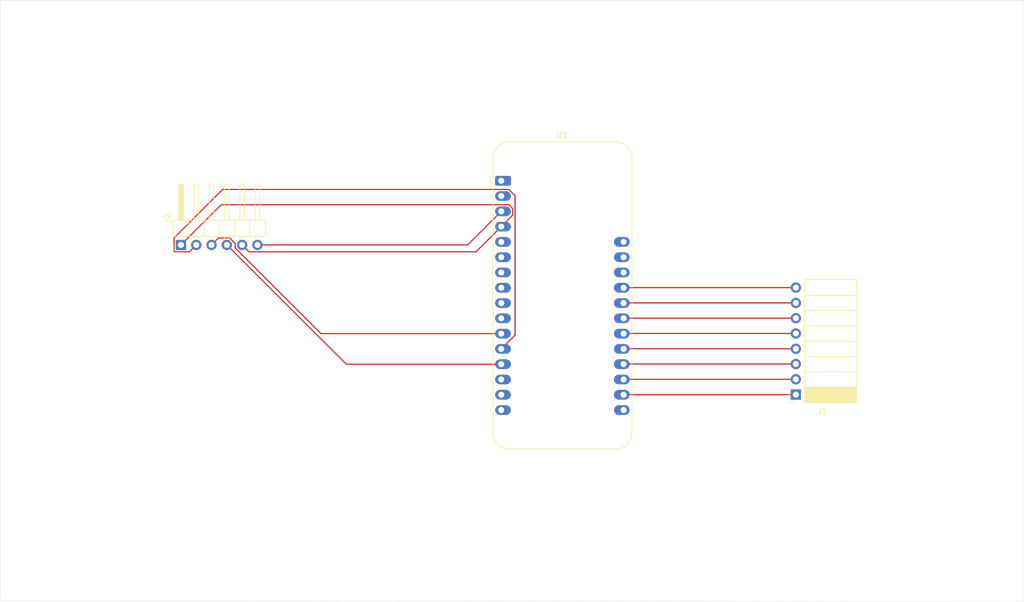
<source format=kicad_pcb>
(kicad_pcb (version 20240108) (generator "pcbnew") (generator_version "8.0")
  (layers (0 "F.Cu" signal) (31 "B.Cu" signal) (34 "B.Paste" user) (35 "F.Paste" user) (36 "B.SilkS" user "B.Silkscreen") (37 "F.SilkS" user "F.Silkscreen") (38 "B.Mask" user) (39 "F.Mask" user) (44 "Edge.Cuts" user))
  (net 0 "")
  (net 1 "Net-(J1-Pin_5)")
  (net 2 "Net-(J1-Pin_2)")
  (net 3 "Net-(J1-Pin_8)")
  (net 4 "Net-(J1-Pin_1)")
  (net 5 "Net-(J1-Pin_6)")
  (net 6 "Net-(J1-Pin_4)")
  (net 7 "Net-(J1-Pin_3)")
  (net 8 "Net-(J1-Pin_7)")
  (net 9 "Net-(J2-Pin_4)")
  (net 10 "Net-(J2-Pin_1)")
  (net 11 "Net-(J2-Pin_6)")
  (net 12 "Net-(J2-Pin_3)")
  (net 13 "Net-(J2-Pin_2)")
  (footprint "Connector_PinHeader_2.54mm:PinHeader_1x06_P2.54mm_Horizontal" (layer "F.Cu") (at 93.02 82.675635 90)
    (property "Reference" "J2" (at 4.385 -2.27 90) (layer "F.SilkS"))
    (property "Value" "Conn_01x06_Socket")
    (fp_line (start 4.1 -1.33) (end 1.44 -1.33) (stroke (width 0.12)) (layer "F.SilkS"))
    (fp_line (start 1.44 -1.33) (end 1.44 14.03) (stroke (width 0.12)) (layer "F.SilkS"))
    (fp_line (start -1.27 -1.27) (end 0 -1.27) (stroke (width 0.12)) (layer "F.SilkS"))
    (fp_line (start 10.1 -0.38) (end 10.1 0.38) (stroke (width 0.12)) (layer "F.SilkS"))
    (fp_line (start 4.1 -0.38) (end 10.1 -0.38) (stroke (width 0.12)) (layer "F.SilkS"))
    (fp_line (start 1.11 -0.38) (end 1.44 -0.38) (stroke (width 0.12)) (layer "F.SilkS"))
    (fp_line (start 4.1 -0.32) (end 10.1 -0.32) (stroke (width 0.12)) (layer "F.SilkS"))
    (fp_line (start 4.1 -0.2) (end 10.1 -0.2) (stroke (width 0.12)) (layer "F.SilkS"))
    (fp_line (start 4.1 -0.08) (end 10.1 -0.08) (stroke (width 0.12)) (layer "F.SilkS"))
    (fp_line (start -1.27 0) (end -1.27 -1.27) (stroke (width 0.12)) (layer "F.SilkS"))
    (fp_line (start 4.1 0.04) (end 10.1 0.04) (stroke (width 0.12)) (layer "F.SilkS"))
    (fp_line (start 4.1 0.16) (end 10.1 0.16) (stroke (width 0.12)) (layer "F.SilkS"))
    (fp_line (start 4.1 0.28) (end 10.1 0.28) (stroke (width 0.12)) (layer "F.SilkS"))
    (fp_line (start 10.1 0.38) (end 4.1 0.38) (stroke (width 0.12)) (layer "F.SilkS"))
    (fp_line (start 1.11 0.38) (end 1.44 0.38) (stroke (width 0.12)) (layer "F.SilkS"))
    (fp_line (start 1.44 1.27) (end 4.1 1.27) (stroke (width 0.12)) (layer "F.SilkS"))
    (fp_line (start 10.1 2.16) (end 10.1 2.92) (stroke (width 0.12)) (layer "F.SilkS"))
    (fp_line (start 4.1 2.16) (end 10.1 2.16) (stroke (width 0.12)) (layer "F.SilkS"))
    (fp_line (start 1.042929 2.16) (end 1.44 2.16) (stroke (width 0.12)) (layer "F.SilkS"))
    (fp_line (start 10.1 2.92) (end 4.1 2.92) (stroke (width 0.12)) (layer "F.SilkS"))
    (fp_line (start 1.042929 2.92) (end 1.44 2.92) (stroke (width 0.12)) (layer "F.SilkS"))
    (fp_line (start 1.44 3.81) (end 4.1 3.81) (stroke (width 0.12)) (layer "F.SilkS"))
    (fp_line (start 10.1 4.7) (end 10.1 5.46) (stroke (width 0.12)) (layer "F.SilkS"))
    (fp_line (start 4.1 4.7) (end 10.1 4.7) (stroke (width 0.12)) (layer "F.SilkS"))
    (fp_line (start 1.042929 4.7) (end 1.44 4.7) (stroke (width 0.12)) (layer "F.SilkS"))
    (fp_line (start 10.1 5.46) (end 4.1 5.46) (stroke (width 0.12)) (layer "F.SilkS"))
    (fp_line (start 1.042929 5.46) (end 1.44 5.46) (stroke (width 0.12)) (layer "F.SilkS"))
    (fp_line (start 1.44 6.35) (end 4.1 6.35) (stroke (width 0.12)) (layer "F.SilkS"))
    (fp_line (start 10.1 7.24) (end 10.1 8) (stroke (width 0.12)) (layer "F.SilkS"))
    (fp_line (start 4.1 7.24) (end 10.1 7.24) (stroke (width 0.12)) (layer "F.SilkS"))
    (fp_line (start 1.042929 7.24) (end 1.44 7.24) (stroke (width 0.12)) (layer "F.SilkS"))
    (fp_line (start 10.1 8) (end 4.1 8) (stroke (width 0.12)) (layer "F.SilkS"))
    (fp_line (start 1.042929 8) (end 1.44 8) (stroke (width 0.12)) (layer "F.SilkS"))
    (fp_line (start 1.44 8.89) (end 4.1 8.89) (stroke (width 0.12)) (layer "F.SilkS"))
    (fp_line (start 10.1 9.78) (end 10.1 10.54) (stroke (width 0.12)) (layer "F.SilkS"))
    (fp_line (start 4.1 9.78) (end 10.1 9.78) (stroke (width 0.12)) (layer "F.SilkS"))
    (fp_line (start 1.042929 9.78) (end 1.44 9.78) (stroke (width 0.12)) (layer "F.SilkS"))
    (fp_line (start 10.1 10.54) (end 4.1 10.54) (stroke (width 0.12)) (layer "F.SilkS"))
    (fp_line (start 1.042929 10.54) (end 1.44 10.54) (stroke (width 0.12)) (layer "F.SilkS"))
    (fp_line (start 1.44 11.43) (end 4.1 11.43) (stroke (width 0.12)) (layer "F.SilkS"))
    (fp_line (start 10.1 12.32) (end 10.1 13.08) (stroke (width 0.12)) (layer "F.SilkS"))
    (fp_line (start 4.1 12.32) (end 10.1 12.32) (stroke (width 0.12)) (layer "F.SilkS"))
    (fp_line (start 1.042929 12.32) (end 1.44 12.32) (stroke (width 0.12)) (layer "F.SilkS"))
    (fp_line (start 10.1 13.08) (end 4.1 13.08) (stroke (width 0.12)) (layer "F.SilkS"))
    (fp_line (start 1.042929 13.08) (end 1.44 13.08) (stroke (width 0.12)) (layer "F.SilkS"))
    (fp_line (start 4.1 14.03) (end 4.1 -1.33) (stroke (width 0.12)) (layer "F.SilkS"))
    (fp_line (start 1.44 14.03) (end 4.1 14.03) (stroke (width 0.12)) (layer "F.SilkS"))
    (pad "1" thru_hole rect (at 0 0 90) (size 1.7 1.7) (drill 1) (layers "*.Cu" "*.Mask") (net 10 "Net-(J2-Pin_1)"))
    (pad "2" thru_hole oval (at 0 2.54 90) (size 1.7 1.7) (drill 1) (layers "*.Cu" "*.Mask") (net 13 "Net-(J2-Pin_2)"))
    (pad "3" thru_hole oval (at 0 5.08 90) (size 1.7 1.7) (drill 1) (layers "*.Cu" "*.Mask") (net 12 "Net-(J2-Pin_3)"))
    (pad "4" thru_hole oval (at 0 7.62 90) (size 1.7 1.7) (drill 1) (layers "*.Cu" "*.Mask") (net 9 "Net-(J2-Pin_4)"))
    (pad "5" thru_hole oval (at 0 10.16 90) (size 1.7 1.7) (drill 1) (layers "*.Cu" "*.Mask") (net 10 "Net-(J2-Pin_1)"))
    (pad "6" thru_hole oval (at 0 12.7 90) (size 1.7 1.7) (drill 1) (layers "*.Cu" "*.Mask") (net 11 "Net-(J2-Pin_6)"))
  )
  (footprint "Module:Adafruit_Feather" (layer "F.Cu") (at 146.2 72.015635)
    (property "Reference" "U1" (at 10.16 -7.62 0) (layer "F.SilkS"))
    (property "Value" "Adafruit-Feather-RP2040")
    (fp_line (start -1.7 1) (end -1.7 -1) (stroke (width 0.12)) (layer "F.SilkS"))
    (fp_line (start -1.38 -3.81) (end -1.38 41.91) (stroke (width 0.12)) (layer "F.SilkS"))
    (fp_line (start 19.05 -6.46) (end 1.27 -6.46) (stroke (width 0.12)) (layer "F.SilkS"))
    (fp_line (start 19.05 44.56) (end 1.27 44.56) (stroke (width 0.12)) (layer "F.SilkS"))
    (fp_line (start 21.7 -3.81) (end 21.7 41.91) (stroke (width 0.12)) (layer "F.SilkS"))
    (fp_arc (start -1.38 -3.81) (mid -0.603833 -5.683833) (end 1.27 -6.46) (stroke (width 0.12)) (layer "F.SilkS"))
    (fp_arc (start 1.27 44.56) (mid -0.603833 43.783833) (end -1.38 41.91) (stroke (width 0.12)) (layer "F.SilkS"))
    (fp_arc (start 19.05 -6.46) (mid 20.923833 -5.683833) (end 21.7 -3.81) (stroke (width 0.12)) (layer "F.SilkS"))
    (fp_arc (start 21.7 41.91) (mid 20.923833 43.783833) (end 19.05 44.56) (stroke (width 0.12)) (layer "F.SilkS"))
    (pad "1" thru_hole roundrect (at 0 0) (size 2.6 1.6) (drill 1 (offset 0.3 0)) (layers "*.Cu" "*.Mask") (roundrect_rratio 0.15625))
    (pad "2" thru_hole oval (at 0 2.54) (size 2.6 1.6) (drill 1 (offset 0.3 0)) (layers "*.Cu" "*.Mask"))
    (pad "3" thru_hole oval (at 0 5.08) (size 2.6 1.6) (drill 1 (offset 0.3 0)) (layers "*.Cu" "*.Mask") (net 11 "Net-(J2-Pin_6)"))
    (pad "4" thru_hole oval (at 0 7.62) (size 2.6 1.6) (drill 1 (offset 0.3 0)) (layers "*.Cu" "*.Mask") (net 10 "Net-(J2-Pin_1)"))
    (pad "5" thru_hole oval (at 0 10.16) (size 2.6 1.6) (drill 1 (offset 0.3 0)) (layers "*.Cu" "*.Mask"))
    (pad "6" thru_hole oval (at 0 12.7) (size 2.6 1.6) (drill 1 (offset 0.3 0)) (layers "*.Cu" "*.Mask"))
    (pad "7" thru_hole oval (at 0 15.24) (size 2.6 1.6) (drill 1 (offset 0.3 0)) (layers "*.Cu" "*.Mask"))
    (pad "8" thru_hole oval (at 0 17.78) (size 2.6 1.6) (drill 1 (offset 0.3 0)) (layers "*.Cu" "*.Mask"))
    (pad "9" thru_hole oval (at 0 20.32) (size 2.6 1.6) (drill 1 (offset 0.3 0)) (layers "*.Cu" "*.Mask"))
    (pad "10" thru_hole oval (at 0 22.86) (size 2.6 1.6) (drill 1 (offset 0.3 0)) (layers "*.Cu" "*.Mask"))
    (pad "11" thru_hole oval (at 0 25.4) (size 2.6 1.6) (drill 1 (offset 0.3 0)) (layers "*.Cu" "*.Mask") (net 12 "Net-(J2-Pin_3)"))
    (pad "12" thru_hole oval (at 0 27.94) (size 2.6 1.6) (drill 1 (offset 0.3 0)) (layers "*.Cu" "*.Mask") (net 13 "Net-(J2-Pin_2)"))
    (pad "13" thru_hole oval (at 0 30.48) (size 2.6 1.6) (drill 1 (offset 0.3 0)) (layers "*.Cu" "*.Mask") (net 9 "Net-(J2-Pin_4)"))
    (pad "14" thru_hole oval (at 0 33.02) (size 2.6 1.6) (drill 1 (offset 0.3 0)) (layers "*.Cu" "*.Mask"))
    (pad "15" thru_hole oval (at 0 35.56) (size 2.6 1.6) (drill 1 (offset 0.3 0)) (layers "*.Cu" "*.Mask"))
    (pad "16" thru_hole oval (at 0 38.1) (size 2.6 1.6) (drill 1 (offset 0.3 0)) (layers "*.Cu" "*.Mask"))
    (pad "17" thru_hole oval (at 20.32 38.1 180) (size 2.6 1.6) (drill 1 (offset 0.3 0)) (layers "*.Cu" "*.Mask"))
    (pad "18" thru_hole oval (at 20.32 35.56 180) (size 2.6 1.6) (drill 1 (offset 0.3 0)) (layers "*.Cu" "*.Mask") (net 4 "Net-(J1-Pin_1)"))
    (pad "19" thru_hole oval (at 20.32 33.02 180) (size 2.6 1.6) (drill 1 (offset 0.3 0)) (layers "*.Cu" "*.Mask") (net 2 "Net-(J1-Pin_2)"))
    (pad "20" thru_hole oval (at 20.32 30.48 180) (size 2.6 1.6) (drill 1 (offset 0.3 0)) (layers "*.Cu" "*.Mask") (net 7 "Net-(J1-Pin_3)"))
    (pad "21" thru_hole oval (at 20.32 27.94 180) (size 2.6 1.6) (drill 1 (offset 0.3 0)) (layers "*.Cu" "*.Mask") (net 6 "Net-(J1-Pin_4)"))
    (pad "22" thru_hole oval (at 20.32 25.4 180) (size 2.6 1.6) (drill 1 (offset 0.3 0)) (layers "*.Cu" "*.Mask") (net 1 "Net-(J1-Pin_5)"))
    (pad "23" thru_hole oval (at 20.32 22.86 180) (size 2.6 1.6) (drill 1 (offset 0.3 0)) (layers "*.Cu" "*.Mask") (net 5 "Net-(J1-Pin_6)"))
    (pad "24" thru_hole oval (at 20.32 20.32 180) (size 2.6 1.6) (drill 1 (offset 0.3 0)) (layers "*.Cu" "*.Mask") (net 8 "Net-(J1-Pin_7)"))
    (pad "25" thru_hole oval (at 20.32 17.78 180) (size 2.6 1.6) (drill 1 (offset 0.3 0)) (layers "*.Cu" "*.Mask") (net 3 "Net-(J1-Pin_8)"))
    (pad "26" thru_hole oval (at 20.32 15.24 180) (size 2.6 1.6) (drill 1 (offset 0.3 0)) (layers "*.Cu" "*.Mask"))
    (pad "27" thru_hole oval (at 20.32 12.7 180) (size 2.6 1.6) (drill 1 (offset 0.3 0)) (layers "*.Cu" "*.Mask"))
    (pad "28" thru_hole oval (at 20.32 10.16 180) (size 2.6 1.6) (drill 1 (offset 0.3 0)) (layers "*.Cu" "*.Mask"))
  )
  (footprint "Connector_PinSocket_2.54mm:PinSocket_1x08_P2.54mm_Horizontal" (layer "F.Cu") (at 195.12 107.550635 180)
    (property "Reference" "J1" (at -4.38 -2.77 0) (layer "F.SilkS"))
    (property "Value" "Conn_01x08_Socket")
    (fp_line (start 1.11 -1.33) (end 1.11 0) (stroke (width 0.12)) (layer "F.SilkS"))
    (fp_line (start 0 -1.33) (end 1.11 -1.33) (stroke (width 0.12)) (layer "F.SilkS"))
    (fp_line (start -1.46 18.14) (end -1.05 18.14) (stroke (width 0.12)) (layer "F.SilkS"))
    (fp_line (start -1.46 17.42) (end -1.05 17.42) (stroke (width 0.12)) (layer "F.SilkS"))
    (fp_line (start -1.46 15.6) (end -1.05 15.6) (stroke (width 0.12)) (layer "F.SilkS"))
    (fp_line (start -1.46 14.88) (end -1.05 14.88) (stroke (width 0.12)) (layer "F.SilkS"))
    (fp_line (start -1.46 13.06) (end -1.05 13.06) (stroke (width 0.12)) (layer "F.SilkS"))
    (fp_line (start -1.46 12.34) (end -1.05 12.34) (stroke (width 0.12)) (layer "F.SilkS"))
    (fp_line (start -1.46 10.52) (end -1.05 10.52) (stroke (width 0.12)) (layer "F.SilkS"))
    (fp_line (start -1.46 9.8) (end -1.05 9.8) (stroke (width 0.12)) (layer "F.SilkS"))
    (fp_line (start -1.46 7.98) (end -1.05 7.98) (stroke (width 0.12)) (layer "F.SilkS"))
    (fp_line (start -1.46 7.26) (end -1.05 7.26) (stroke (width 0.12)) (layer "F.SilkS"))
    (fp_line (start -1.46 5.44) (end -1.05 5.44) (stroke (width 0.12)) (layer "F.SilkS"))
    (fp_line (start -1.46 4.72) (end -1.05 4.72) (stroke (width 0.12)) (layer "F.SilkS"))
    (fp_line (start -1.46 2.9) (end -1.05 2.9) (stroke (width 0.12)) (layer "F.SilkS"))
    (fp_line (start -1.46 2.18) (end -1.05 2.18) (stroke (width 0.12)) (layer "F.SilkS"))
    (fp_line (start -1.46 0.36) (end -1.11 0.36) (stroke (width 0.12)) (layer "F.SilkS"))
    (fp_line (start -1.46 -0.36) (end -1.11 -0.36) (stroke (width 0.12)) (layer "F.SilkS"))
    (fp_line (start -1.46 -1.33) (end -1.46 19.11) (stroke (width 0.12)) (layer "F.SilkS"))
    (fp_line (start -10.09 19.11) (end -1.46 19.11) (stroke (width 0.12)) (layer "F.SilkS"))
    (fp_line (start -10.09 16.51) (end -1.46 16.51) (stroke (width 0.12)) (layer "F.SilkS"))
    (fp_line (start -10.09 13.97) (end -1.46 13.97) (stroke (width 0.12)) (layer "F.SilkS"))
    (fp_line (start -10.09 11.43) (end -1.46 11.43) (stroke (width 0.12)) (layer "F.SilkS"))
    (fp_line (start -10.09 8.89) (end -1.46 8.89) (stroke (width 0.12)) (layer "F.SilkS"))
    (fp_line (start -10.09 6.35) (end -1.46 6.35) (stroke (width 0.12)) (layer "F.SilkS"))
    (fp_line (start -10.09 3.81) (end -1.46 3.81) (stroke (width 0.12)) (layer "F.SilkS"))
    (fp_line (start -10.09 1.27) (end -1.46 1.27) (stroke (width 0.12)) (layer "F.SilkS"))
    (fp_line (start -10.09 1.1519) (end -1.46 1.1519) (stroke (width 0.12)) (layer "F.SilkS"))
    (fp_line (start -10.09 1.033805) (end -1.46 1.033805) (stroke (width 0.12)) (layer "F.SilkS"))
    (fp_line (start -10.09 0.91571) (end -1.46 0.91571) (stroke (width 0.12)) (layer "F.SilkS"))
    (fp_line (start -10.09 0.797615) (end -1.46 0.797615) (stroke (width 0.12)) (layer "F.SilkS"))
    (fp_line (start -10.09 0.67952) (end -1.46 0.67952) (stroke (width 0.12)) (layer "F.SilkS"))
    (fp_line (start -10.09 0.561425) (end -1.46 0.561425) (stroke (width 0.12)) (layer "F.SilkS"))
    (fp_line (start -10.09 0.44333) (end -1.46 0.44333) (stroke (width 0.12)) (layer "F.SilkS"))
    (fp_line (start -10.09 0.325235) (end -1.46 0.325235) (stroke (width 0.12)) (layer "F.SilkS"))
    (fp_line (start -10.09 0.20714) (end -1.46 0.20714) (stroke (width 0.12)) (layer "F.SilkS"))
    (fp_line (start -10.09 0.089045) (end -1.46 0.089045) (stroke (width 0.12)) (layer "F.SilkS"))
    (fp_line (start -10.09 -0.02905) (end -1.46 -0.02905) (stroke (width 0.12)) (layer "F.SilkS"))
    (fp_line (start -10.09 -0.147145) (end -1.46 -0.147145) (stroke (width 0.12)) (layer "F.SilkS"))
    (fp_line (start -10.09 -0.26524) (end -1.46 -0.26524) (stroke (width 0.12)) (layer "F.SilkS"))
    (fp_line (start -10.09 -0.383335) (end -1.46 -0.383335) (stroke (width 0.12)) (layer "F.SilkS"))
    (fp_line (start -10.09 -0.50143) (end -1.46 -0.50143) (stroke (width 0.12)) (layer "F.SilkS"))
    (fp_line (start -10.09 -0.619525) (end -1.46 -0.619525) (stroke (width 0.12)) (layer "F.SilkS"))
    (fp_line (start -10.09 -0.73762) (end -1.46 -0.73762) (stroke (width 0.12)) (layer "F.SilkS"))
    (fp_line (start -10.09 -0.855715) (end -1.46 -0.855715) (stroke (width 0.12)) (layer "F.SilkS"))
    (fp_line (start -10.09 -0.97381) (end -1.46 -0.97381) (stroke (width 0.12)) (layer "F.SilkS"))
    (fp_line (start -10.09 -1.091905) (end -1.46 -1.091905) (stroke (width 0.12)) (layer "F.SilkS"))
    (fp_line (start -10.09 -1.21) (end -1.46 -1.21) (stroke (width 0.12)) (layer "F.SilkS"))
    (fp_line (start -10.09 -1.33) (end -1.46 -1.33) (stroke (width 0.12)) (layer "F.SilkS"))
    (fp_line (start -10.09 -1.33) (end -10.09 19.11) (stroke (width 0.12)) (layer "F.SilkS"))
    (pad "1" thru_hole rect (at 0 0 180) (size 1.7 1.7) (drill 1) (layers "*.Cu" "*.Mask") (net 4 "Net-(J1-Pin_1)"))
    (pad "2" thru_hole oval (at 0 2.54 180) (size 1.7 1.7) (drill 1) (layers "*.Cu" "*.Mask") (net 2 "Net-(J1-Pin_2)"))
    (pad "3" thru_hole oval (at 0 5.08 180) (size 1.7 1.7) (drill 1) (layers "*.Cu" "*.Mask") (net 7 "Net-(J1-Pin_3)"))
    (pad "4" thru_hole oval (at 0 7.62 180) (size 1.7 1.7) (drill 1) (layers "*.Cu" "*.Mask") (net 6 "Net-(J1-Pin_4)"))
    (pad "5" thru_hole oval (at 0 10.16 180) (size 1.7 1.7) (drill 1) (layers "*.Cu" "*.Mask") (net 1 "Net-(J1-Pin_5)"))
    (pad "6" thru_hole oval (at 0 12.7 180) (size 1.7 1.7) (drill 1) (layers "*.Cu" "*.Mask") (net 5 "Net-(J1-Pin_6)"))
    (pad "7" thru_hole oval (at 0 15.24 180) (size 1.7 1.7) (drill 1) (layers "*.Cu" "*.Mask") (net 8 "Net-(J1-Pin_7)"))
    (pad "8" thru_hole oval (at 0 17.78 180) (size 1.7 1.7) (drill 1) (layers "*.Cu" "*.Mask") (net 3 "Net-(J1-Pin_8)"))
  )
  (gr_line (start 63 141.75) (end 63 42) (stroke (width 0.05)) (layer "Edge.Cuts"))
  (gr_line (start 233 42) (end 63 42) (stroke (width 0.05)) (layer "Edge.Cuts"))
  (gr_line (start 233 142) (end 233 42) (stroke (width 0.05)) (layer "Edge.Cuts"))
  (gr_line (start 63 141.75) (end 233 142) (stroke (width 0.05)) (layer "Edge.Cuts"))
  (segment (start 166.545 97.390635) (end 195.12 97.390635) (width 0.2) (layer "F.Cu") (net 1))
  (segment (start 166.52 97.415635) (end 166.545 97.390635) (width 0.2) (layer "F.Cu") (net 1))
  (segment (start 166.545 105.010635) (end 195.12 105.010635) (width 0.2) (layer "F.Cu") (net 2))
  (segment (start 166.52 105.035635) (end 166.545 105.010635) (width 0.2) (layer "F.Cu") (net 2))
  (segment (start 166.545 89.770635) (end 195.12 89.770635) (width 0.2) (layer "F.Cu") (net 3))
  (segment (start 166.52 89.795635) (end 166.545 89.770635) (width 0.2) (layer "F.Cu") (net 3))
  (segment (start 166.545 107.550635) (end 195.12 107.550635) (width 0.2) (layer "F.Cu") (net 4))
  (segment (start 166.52 107.575635) (end 166.545 107.550635) (width 0.2) (layer "F.Cu") (net 4))
  (segment (start 166.52 94.875635) (end 166.545 94.850635) (width 0.2) (layer "F.Cu") (net 5))
  (segment (start 166.545 94.850635) (end 195.12 94.850635) (width 0.2) (layer "F.Cu") (net 5))
  (segment (start 166.545 99.930635) (end 195.12 99.930635) (width 0.2) (layer "F.Cu") (net 6))
  (segment (start 166.52 99.955635) (end 166.545 99.930635) (width 0.2) (layer "F.Cu") (net 6))
  (segment (start 166.52 102.495635) (end 166.545 102.470635) (width 0.2) (layer "F.Cu") (net 7))
  (segment (start 166.545 102.470635) (end 195.12 102.470635) (width 0.2) (layer "F.Cu") (net 7))
  (segment (start 166.52 92.335635) (end 166.545 92.310635) (width 0.2) (layer "F.Cu") (net 8))
  (segment (start 166.545 92.310635) (end 195.12 92.310635) (width 0.2) (layer "F.Cu") (net 8))
  (segment (start 100.64 82.675635) (end 120.46 102.495635) (width 0.2) (layer "F.Cu") (net 9))
  (segment (start 120.46 102.495635) (end 146.2 102.495635) (width 0.2) (layer "F.Cu") (net 9))
  (segment (start 148.1 77.735635) (end 146.2 79.635635) (width 0.2) (layer "F.Cu") (net 10))
  (segment (start 99.7 75.995635) (end 147.455635 75.995635) (width 0.2) (layer "F.Cu") (net 10))
  (segment (start 93.02 82.675635) (end 99.7 75.995635) (width 0.2) (layer "F.Cu") (net 10))
  (segment (start 103.18 82.675635) (end 104.33 83.825635) (width 0.2) (layer "F.Cu") (net 10))
  (segment (start 104.33 83.825635) (end 142.01 83.825635) (width 0.2) (layer "F.Cu") (net 10))
  (segment (start 148.1 76.64) (end 148.1 77.735635) (width 0.2) (layer "F.Cu") (net 10))
  (segment (start 147.455635 75.995635) (end 148.1 76.64) (width 0.2) (layer "F.Cu") (net 10))
  (segment (start 142.01 83.825635) (end 146.2 79.635635) (width 0.2) (layer "F.Cu") (net 10))
  (segment (start 140.62 82.675635) (end 146.2 77.095635) (width 0.2) (layer "F.Cu") (net 11))
  (segment (start 105.72 82.675635) (end 140.62 82.675635) (width 0.2) (layer "F.Cu") (net 11))
  (segment (start 98.1 82.675635) (end 99.25 81.525635) (width 0.2) (layer "F.Cu") (net 12))
  (segment (start 102.02 83.175635) (end 116.26 97.415635) (width 0.2) (layer "F.Cu") (net 12))
  (segment (start 116.26 97.415635) (end 146.2 97.415635) (width 0.2) (layer "F.Cu") (net 12))
  (segment (start 99.25 81.525635) (end 101.116346 81.525635) (width 0.2) (layer "F.Cu") (net 12))
  (segment (start 102.02 82.429289) (end 102.02 83.175635) (width 0.2) (layer "F.Cu") (net 12))
  (segment (start 101.116346 81.525635) (end 102.02 82.429289) (width 0.2) (layer "F.Cu") (net 12))
  (segment (start 94.41 83.825635) (end 91.87 83.825635) (width 0.2) (layer "F.Cu") (net 13))
  (segment (start 148.5 97.655635) (end 146.2 99.955635) (width 0.2) (layer "F.Cu") (net 13))
  (segment (start 99.94 73.455635) (end 147.455635 73.455635) (width 0.2) (layer "F.Cu") (net 13))
  (segment (start 148.5 74.5) (end 148.5 97.655635) (width 0.2) (layer "F.Cu") (net 13))
  (segment (start 91.87 83.825635) (end 91.87 81.525635) (width 0.2) (layer "F.Cu") (net 13))
  (segment (start 91.87 81.525635) (end 99.94 73.455635) (width 0.2) (layer "F.Cu") (net 13))
  (segment (start 95.56 82.675635) (end 94.41 83.825635) (width 0.2) (layer "F.Cu") (net 13))
  (segment (start 147.455635 73.455635) (end 148.5 74.5) (width 0.2) (layer "F.Cu") (net 13))
)
</source>
